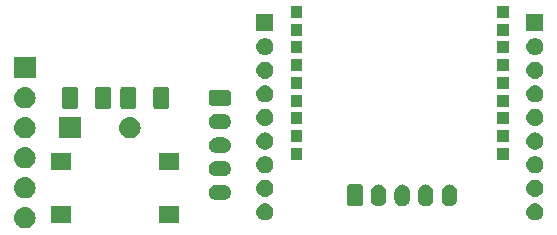
<source format=gbr>
G04 #@! TF.GenerationSoftware,KiCad,Pcbnew,(5.1.2)-1*
G04 #@! TF.CreationDate,2021-12-05T07:22:55+09:00*
G04 #@! TF.ProjectId,ESP32C3_downloader,45535033-3243-4335-9f64-6f776e6c6f61,rev?*
G04 #@! TF.SameCoordinates,Original*
G04 #@! TF.FileFunction,Soldermask,Top*
G04 #@! TF.FilePolarity,Negative*
%FSLAX46Y46*%
G04 Gerber Fmt 4.6, Leading zero omitted, Abs format (unit mm)*
G04 Created by KiCad (PCBNEW (5.1.2)-1) date 2021-12-05 07:22:55*
%MOMM*%
%LPD*%
G04 APERTURE LIST*
%ADD10C,0.150000*%
G04 APERTURE END LIST*
D10*
G36*
X31860443Y-67685519D02*
G01*
X31926627Y-67692037D01*
X32096466Y-67743557D01*
X32252991Y-67827222D01*
X32288729Y-67856552D01*
X32390186Y-67939814D01*
X32473448Y-68041271D01*
X32502778Y-68077009D01*
X32586443Y-68233534D01*
X32637963Y-68403373D01*
X32655359Y-68580000D01*
X32637963Y-68756627D01*
X32586443Y-68926466D01*
X32502778Y-69082991D01*
X32473448Y-69118729D01*
X32390186Y-69220186D01*
X32288729Y-69303448D01*
X32252991Y-69332778D01*
X32096466Y-69416443D01*
X31926627Y-69467963D01*
X31860442Y-69474482D01*
X31794260Y-69481000D01*
X31705740Y-69481000D01*
X31639558Y-69474482D01*
X31573373Y-69467963D01*
X31403534Y-69416443D01*
X31247009Y-69332778D01*
X31211271Y-69303448D01*
X31109814Y-69220186D01*
X31026552Y-69118729D01*
X30997222Y-69082991D01*
X30913557Y-68926466D01*
X30862037Y-68756627D01*
X30844641Y-68580000D01*
X30862037Y-68403373D01*
X30913557Y-68233534D01*
X30997222Y-68077009D01*
X31026552Y-68041271D01*
X31109814Y-67939814D01*
X31211271Y-67856552D01*
X31247009Y-67827222D01*
X31403534Y-67743557D01*
X31573373Y-67692037D01*
X31639557Y-67685519D01*
X31705740Y-67679000D01*
X31794260Y-67679000D01*
X31860443Y-67685519D01*
X31860443Y-67685519D01*
G37*
G36*
X44768000Y-68991000D02*
G01*
X43116000Y-68991000D01*
X43116000Y-67589000D01*
X44768000Y-67589000D01*
X44768000Y-68991000D01*
X44768000Y-68991000D01*
G37*
G36*
X35624000Y-68991000D02*
G01*
X33972000Y-68991000D01*
X33972000Y-67589000D01*
X35624000Y-67589000D01*
X35624000Y-68991000D01*
X35624000Y-68991000D01*
G37*
G36*
X75001213Y-67347502D02*
G01*
X75072321Y-67354505D01*
X75209172Y-67396019D01*
X75209175Y-67396020D01*
X75335294Y-67463432D01*
X75445843Y-67554157D01*
X75536568Y-67664706D01*
X75603980Y-67790825D01*
X75603981Y-67790828D01*
X75645495Y-67927679D01*
X75659512Y-68070000D01*
X75645495Y-68212321D01*
X75603981Y-68349172D01*
X75603980Y-68349175D01*
X75536568Y-68475294D01*
X75445843Y-68585843D01*
X75335294Y-68676568D01*
X75209175Y-68743980D01*
X75209172Y-68743981D01*
X75072321Y-68785495D01*
X75001213Y-68792498D01*
X74965660Y-68796000D01*
X74894340Y-68796000D01*
X74858787Y-68792498D01*
X74787679Y-68785495D01*
X74650828Y-68743981D01*
X74650825Y-68743980D01*
X74524706Y-68676568D01*
X74414157Y-68585843D01*
X74323432Y-68475294D01*
X74256020Y-68349175D01*
X74256019Y-68349172D01*
X74214505Y-68212321D01*
X74200488Y-68070000D01*
X74214505Y-67927679D01*
X74256019Y-67790828D01*
X74256020Y-67790825D01*
X74323432Y-67664706D01*
X74414157Y-67554157D01*
X74524706Y-67463432D01*
X74650825Y-67396020D01*
X74650828Y-67396019D01*
X74787679Y-67354505D01*
X74858787Y-67347502D01*
X74894340Y-67344000D01*
X74965660Y-67344000D01*
X75001213Y-67347502D01*
X75001213Y-67347502D01*
G37*
G36*
X52141213Y-67347502D02*
G01*
X52212321Y-67354505D01*
X52349172Y-67396019D01*
X52349175Y-67396020D01*
X52475294Y-67463432D01*
X52585843Y-67554157D01*
X52676568Y-67664706D01*
X52743980Y-67790825D01*
X52743981Y-67790828D01*
X52785495Y-67927679D01*
X52799512Y-68070000D01*
X52785495Y-68212321D01*
X52743981Y-68349172D01*
X52743980Y-68349175D01*
X52676568Y-68475294D01*
X52585843Y-68585843D01*
X52475294Y-68676568D01*
X52349175Y-68743980D01*
X52349172Y-68743981D01*
X52212321Y-68785495D01*
X52141213Y-68792498D01*
X52105660Y-68796000D01*
X52034340Y-68796000D01*
X51998787Y-68792498D01*
X51927679Y-68785495D01*
X51790828Y-68743981D01*
X51790825Y-68743980D01*
X51664706Y-68676568D01*
X51554157Y-68585843D01*
X51463432Y-68475294D01*
X51396020Y-68349175D01*
X51396019Y-68349172D01*
X51354505Y-68212321D01*
X51340488Y-68070000D01*
X51354505Y-67927679D01*
X51396019Y-67790828D01*
X51396020Y-67790825D01*
X51463432Y-67664706D01*
X51554157Y-67554157D01*
X51664706Y-67463432D01*
X51790825Y-67396020D01*
X51790828Y-67396019D01*
X51927679Y-67354505D01*
X51998787Y-67347502D01*
X52034340Y-67344000D01*
X52105660Y-67344000D01*
X52141213Y-67347502D01*
X52141213Y-67347502D01*
G37*
G36*
X61817617Y-65758420D02*
G01*
X61898399Y-65782925D01*
X61940335Y-65795646D01*
X62053424Y-65856094D01*
X62152554Y-65937447D01*
X62233906Y-66036575D01*
X62294354Y-66149664D01*
X62300421Y-66169664D01*
X62331580Y-66272382D01*
X62341000Y-66368027D01*
X62341000Y-66981973D01*
X62331580Y-67077618D01*
X62304040Y-67168404D01*
X62294354Y-67200336D01*
X62233906Y-67313425D01*
X62152554Y-67412554D01*
X62053425Y-67493906D01*
X61940336Y-67554354D01*
X61908404Y-67564040D01*
X61817618Y-67591580D01*
X61690000Y-67604149D01*
X61562383Y-67591580D01*
X61471597Y-67564040D01*
X61439665Y-67554354D01*
X61326576Y-67493906D01*
X61227447Y-67412554D01*
X61146096Y-67313427D01*
X61146095Y-67313425D01*
X61085647Y-67200336D01*
X61085645Y-67200333D01*
X61073237Y-67159427D01*
X61048420Y-67077618D01*
X61039000Y-66981973D01*
X61039000Y-66368028D01*
X61048420Y-66272383D01*
X61079578Y-66169668D01*
X61085646Y-66149665D01*
X61146094Y-66036576D01*
X61227447Y-65937446D01*
X61326575Y-65856094D01*
X61439664Y-65795646D01*
X61481600Y-65782925D01*
X61562382Y-65758420D01*
X61690000Y-65745851D01*
X61817617Y-65758420D01*
X61817617Y-65758420D01*
G37*
G36*
X63817617Y-65758420D02*
G01*
X63898399Y-65782925D01*
X63940335Y-65795646D01*
X64053424Y-65856094D01*
X64152554Y-65937447D01*
X64233906Y-66036575D01*
X64294354Y-66149664D01*
X64300421Y-66169664D01*
X64331580Y-66272382D01*
X64341000Y-66368027D01*
X64341000Y-66981973D01*
X64331580Y-67077618D01*
X64304040Y-67168404D01*
X64294354Y-67200336D01*
X64233906Y-67313425D01*
X64152554Y-67412554D01*
X64053425Y-67493906D01*
X63940336Y-67554354D01*
X63908404Y-67564040D01*
X63817618Y-67591580D01*
X63690000Y-67604149D01*
X63562383Y-67591580D01*
X63471597Y-67564040D01*
X63439665Y-67554354D01*
X63326576Y-67493906D01*
X63227447Y-67412554D01*
X63146096Y-67313427D01*
X63146095Y-67313425D01*
X63085647Y-67200336D01*
X63085645Y-67200333D01*
X63073237Y-67159427D01*
X63048420Y-67077618D01*
X63039000Y-66981973D01*
X63039000Y-66368028D01*
X63048420Y-66272383D01*
X63079578Y-66169668D01*
X63085646Y-66149665D01*
X63146094Y-66036576D01*
X63227447Y-65937446D01*
X63326575Y-65856094D01*
X63439664Y-65795646D01*
X63481600Y-65782925D01*
X63562382Y-65758420D01*
X63690000Y-65745851D01*
X63817617Y-65758420D01*
X63817617Y-65758420D01*
G37*
G36*
X65817617Y-65758420D02*
G01*
X65898399Y-65782925D01*
X65940335Y-65795646D01*
X66053424Y-65856094D01*
X66152554Y-65937447D01*
X66233906Y-66036575D01*
X66294354Y-66149664D01*
X66300421Y-66169664D01*
X66331580Y-66272382D01*
X66341000Y-66368027D01*
X66341000Y-66981973D01*
X66331580Y-67077618D01*
X66304040Y-67168404D01*
X66294354Y-67200336D01*
X66233906Y-67313425D01*
X66152554Y-67412554D01*
X66053425Y-67493906D01*
X65940336Y-67554354D01*
X65908404Y-67564040D01*
X65817618Y-67591580D01*
X65690000Y-67604149D01*
X65562383Y-67591580D01*
X65471597Y-67564040D01*
X65439665Y-67554354D01*
X65326576Y-67493906D01*
X65227447Y-67412554D01*
X65146096Y-67313427D01*
X65146095Y-67313425D01*
X65085647Y-67200336D01*
X65085645Y-67200333D01*
X65073237Y-67159427D01*
X65048420Y-67077618D01*
X65039000Y-66981973D01*
X65039000Y-66368028D01*
X65048420Y-66272383D01*
X65079578Y-66169668D01*
X65085646Y-66149665D01*
X65146094Y-66036576D01*
X65227447Y-65937446D01*
X65326575Y-65856094D01*
X65439664Y-65795646D01*
X65481600Y-65782925D01*
X65562382Y-65758420D01*
X65690000Y-65745851D01*
X65817617Y-65758420D01*
X65817617Y-65758420D01*
G37*
G36*
X67817617Y-65758420D02*
G01*
X67898399Y-65782925D01*
X67940335Y-65795646D01*
X68053424Y-65856094D01*
X68152554Y-65937447D01*
X68233906Y-66036575D01*
X68294354Y-66149664D01*
X68300421Y-66169664D01*
X68331580Y-66272382D01*
X68341000Y-66368027D01*
X68341000Y-66981973D01*
X68331580Y-67077618D01*
X68304040Y-67168404D01*
X68294354Y-67200336D01*
X68233906Y-67313425D01*
X68152554Y-67412554D01*
X68053425Y-67493906D01*
X67940336Y-67554354D01*
X67908404Y-67564040D01*
X67817618Y-67591580D01*
X67690000Y-67604149D01*
X67562383Y-67591580D01*
X67471597Y-67564040D01*
X67439665Y-67554354D01*
X67326576Y-67493906D01*
X67227447Y-67412554D01*
X67146096Y-67313427D01*
X67146095Y-67313425D01*
X67085647Y-67200336D01*
X67085645Y-67200333D01*
X67073237Y-67159427D01*
X67048420Y-67077618D01*
X67039000Y-66981973D01*
X67039000Y-66368028D01*
X67048420Y-66272383D01*
X67079578Y-66169668D01*
X67085646Y-66149665D01*
X67146094Y-66036576D01*
X67227447Y-65937446D01*
X67326575Y-65856094D01*
X67439664Y-65795646D01*
X67481600Y-65782925D01*
X67562382Y-65758420D01*
X67690000Y-65745851D01*
X67817617Y-65758420D01*
X67817617Y-65758420D01*
G37*
G36*
X60181242Y-65753404D02*
G01*
X60218337Y-65764657D01*
X60252515Y-65782925D01*
X60282481Y-65807519D01*
X60307075Y-65837485D01*
X60325343Y-65871663D01*
X60336596Y-65908758D01*
X60341000Y-65953474D01*
X60341000Y-67396526D01*
X60336596Y-67441242D01*
X60325343Y-67478337D01*
X60307075Y-67512515D01*
X60282481Y-67542481D01*
X60252515Y-67567075D01*
X60218337Y-67585343D01*
X60181242Y-67596596D01*
X60136526Y-67601000D01*
X59243474Y-67601000D01*
X59198758Y-67596596D01*
X59161663Y-67585343D01*
X59127485Y-67567075D01*
X59097519Y-67542481D01*
X59072925Y-67512515D01*
X59054657Y-67478337D01*
X59043404Y-67441242D01*
X59039000Y-67396526D01*
X59039000Y-65953474D01*
X59043404Y-65908758D01*
X59054657Y-65871663D01*
X59072925Y-65837485D01*
X59097519Y-65807519D01*
X59127485Y-65782925D01*
X59161663Y-65764657D01*
X59198758Y-65753404D01*
X59243474Y-65749000D01*
X60136526Y-65749000D01*
X60181242Y-65753404D01*
X60181242Y-65753404D01*
G37*
G36*
X48598855Y-65772140D02*
G01*
X48662618Y-65778420D01*
X48719404Y-65795646D01*
X48785336Y-65815646D01*
X48898425Y-65876094D01*
X48997554Y-65957446D01*
X49078906Y-66056575D01*
X49139354Y-66169664D01*
X49139355Y-66169668D01*
X49176580Y-66292382D01*
X49189149Y-66420000D01*
X49176580Y-66547618D01*
X49149040Y-66638404D01*
X49139354Y-66670336D01*
X49078906Y-66783425D01*
X48997554Y-66882554D01*
X48898425Y-66963906D01*
X48785336Y-67024354D01*
X48753404Y-67034040D01*
X48662618Y-67061580D01*
X48598855Y-67067860D01*
X48566974Y-67071000D01*
X47953026Y-67071000D01*
X47921145Y-67067860D01*
X47857382Y-67061580D01*
X47766596Y-67034040D01*
X47734664Y-67024354D01*
X47621575Y-66963906D01*
X47522446Y-66882554D01*
X47441094Y-66783425D01*
X47380646Y-66670336D01*
X47370960Y-66638404D01*
X47343420Y-66547618D01*
X47330851Y-66420000D01*
X47343420Y-66292382D01*
X47380645Y-66169668D01*
X47380646Y-66169664D01*
X47441094Y-66056575D01*
X47522446Y-65957446D01*
X47621575Y-65876094D01*
X47734664Y-65815646D01*
X47800596Y-65795646D01*
X47857382Y-65778420D01*
X47921145Y-65772140D01*
X47953026Y-65769000D01*
X48566974Y-65769000D01*
X48598855Y-65772140D01*
X48598855Y-65772140D01*
G37*
G36*
X31860442Y-65145518D02*
G01*
X31926627Y-65152037D01*
X32096466Y-65203557D01*
X32252991Y-65287222D01*
X32288729Y-65316552D01*
X32390186Y-65399814D01*
X32473448Y-65501271D01*
X32502778Y-65537009D01*
X32502779Y-65537011D01*
X32571034Y-65664705D01*
X32586443Y-65693534D01*
X32637963Y-65863373D01*
X32655359Y-66040000D01*
X32637963Y-66216627D01*
X32586443Y-66386466D01*
X32502778Y-66542991D01*
X32473448Y-66578729D01*
X32390186Y-66680186D01*
X32312450Y-66743981D01*
X32252991Y-66792778D01*
X32096466Y-66876443D01*
X31926627Y-66927963D01*
X31860442Y-66934482D01*
X31794260Y-66941000D01*
X31705740Y-66941000D01*
X31639558Y-66934482D01*
X31573373Y-66927963D01*
X31403534Y-66876443D01*
X31247009Y-66792778D01*
X31187550Y-66743981D01*
X31109814Y-66680186D01*
X31026552Y-66578729D01*
X30997222Y-66542991D01*
X30913557Y-66386466D01*
X30862037Y-66216627D01*
X30844641Y-66040000D01*
X30862037Y-65863373D01*
X30913557Y-65693534D01*
X30928967Y-65664705D01*
X30997221Y-65537011D01*
X30997222Y-65537009D01*
X31026552Y-65501271D01*
X31109814Y-65399814D01*
X31211271Y-65316552D01*
X31247009Y-65287222D01*
X31403534Y-65203557D01*
X31573373Y-65152037D01*
X31639558Y-65145518D01*
X31705740Y-65139000D01*
X31794260Y-65139000D01*
X31860442Y-65145518D01*
X31860442Y-65145518D01*
G37*
G36*
X52141213Y-65347502D02*
G01*
X52212321Y-65354505D01*
X52349172Y-65396019D01*
X52349175Y-65396020D01*
X52475294Y-65463432D01*
X52585843Y-65554157D01*
X52676568Y-65664706D01*
X52743980Y-65790825D01*
X52743981Y-65790828D01*
X52785495Y-65927679D01*
X52799512Y-66070000D01*
X52785495Y-66212321D01*
X52743981Y-66349172D01*
X52743980Y-66349175D01*
X52676568Y-66475294D01*
X52585843Y-66585843D01*
X52475294Y-66676568D01*
X52349175Y-66743980D01*
X52349172Y-66743981D01*
X52212321Y-66785495D01*
X52141213Y-66792498D01*
X52105660Y-66796000D01*
X52034340Y-66796000D01*
X51998787Y-66792498D01*
X51927679Y-66785495D01*
X51790828Y-66743981D01*
X51790825Y-66743980D01*
X51664706Y-66676568D01*
X51554157Y-66585843D01*
X51463432Y-66475294D01*
X51396020Y-66349175D01*
X51396019Y-66349172D01*
X51354505Y-66212321D01*
X51340488Y-66070000D01*
X51354505Y-65927679D01*
X51396019Y-65790828D01*
X51396020Y-65790825D01*
X51463432Y-65664706D01*
X51554157Y-65554157D01*
X51664706Y-65463432D01*
X51790825Y-65396020D01*
X51790828Y-65396019D01*
X51927679Y-65354505D01*
X51998787Y-65347502D01*
X52034340Y-65344000D01*
X52105660Y-65344000D01*
X52141213Y-65347502D01*
X52141213Y-65347502D01*
G37*
G36*
X75001213Y-65347502D02*
G01*
X75072321Y-65354505D01*
X75209172Y-65396019D01*
X75209175Y-65396020D01*
X75335294Y-65463432D01*
X75445843Y-65554157D01*
X75536568Y-65664706D01*
X75603980Y-65790825D01*
X75603981Y-65790828D01*
X75645495Y-65927679D01*
X75659512Y-66070000D01*
X75645495Y-66212321D01*
X75603981Y-66349172D01*
X75603980Y-66349175D01*
X75536568Y-66475294D01*
X75445843Y-66585843D01*
X75335294Y-66676568D01*
X75209175Y-66743980D01*
X75209172Y-66743981D01*
X75072321Y-66785495D01*
X75001213Y-66792498D01*
X74965660Y-66796000D01*
X74894340Y-66796000D01*
X74858787Y-66792498D01*
X74787679Y-66785495D01*
X74650828Y-66743981D01*
X74650825Y-66743980D01*
X74524706Y-66676568D01*
X74414157Y-66585843D01*
X74323432Y-66475294D01*
X74256020Y-66349175D01*
X74256019Y-66349172D01*
X74214505Y-66212321D01*
X74200488Y-66070000D01*
X74214505Y-65927679D01*
X74256019Y-65790828D01*
X74256020Y-65790825D01*
X74323432Y-65664706D01*
X74414157Y-65554157D01*
X74524706Y-65463432D01*
X74650825Y-65396020D01*
X74650828Y-65396019D01*
X74787679Y-65354505D01*
X74858787Y-65347502D01*
X74894340Y-65344000D01*
X74965660Y-65344000D01*
X75001213Y-65347502D01*
X75001213Y-65347502D01*
G37*
G36*
X48598855Y-63772140D02*
G01*
X48662618Y-63778420D01*
X48753404Y-63805960D01*
X48785336Y-63815646D01*
X48898425Y-63876094D01*
X48997554Y-63957446D01*
X49078906Y-64056575D01*
X49139354Y-64169664D01*
X49139355Y-64169668D01*
X49176580Y-64292382D01*
X49189149Y-64420000D01*
X49176580Y-64547618D01*
X49149040Y-64638404D01*
X49139354Y-64670336D01*
X49078906Y-64783425D01*
X48997554Y-64882554D01*
X48898425Y-64963906D01*
X48785336Y-65024354D01*
X48753404Y-65034040D01*
X48662618Y-65061580D01*
X48598855Y-65067860D01*
X48566974Y-65071000D01*
X47953026Y-65071000D01*
X47921145Y-65067860D01*
X47857382Y-65061580D01*
X47766596Y-65034040D01*
X47734664Y-65024354D01*
X47621575Y-64963906D01*
X47522446Y-64882554D01*
X47441094Y-64783425D01*
X47380646Y-64670336D01*
X47370960Y-64638404D01*
X47343420Y-64547618D01*
X47330851Y-64420000D01*
X47343420Y-64292382D01*
X47380645Y-64169668D01*
X47380646Y-64169664D01*
X47441094Y-64056575D01*
X47522446Y-63957446D01*
X47621575Y-63876094D01*
X47734664Y-63815646D01*
X47766596Y-63805960D01*
X47857382Y-63778420D01*
X47921145Y-63772140D01*
X47953026Y-63769000D01*
X48566974Y-63769000D01*
X48598855Y-63772140D01*
X48598855Y-63772140D01*
G37*
G36*
X75001213Y-63347502D02*
G01*
X75072321Y-63354505D01*
X75209172Y-63396019D01*
X75209175Y-63396020D01*
X75335294Y-63463432D01*
X75445843Y-63554157D01*
X75536568Y-63664706D01*
X75603980Y-63790825D01*
X75603981Y-63790828D01*
X75645495Y-63927679D01*
X75659512Y-64070000D01*
X75645495Y-64212321D01*
X75607843Y-64336442D01*
X75603980Y-64349175D01*
X75536568Y-64475294D01*
X75445843Y-64585843D01*
X75335294Y-64676568D01*
X75209175Y-64743980D01*
X75209172Y-64743981D01*
X75072321Y-64785495D01*
X75001213Y-64792498D01*
X74965660Y-64796000D01*
X74894340Y-64796000D01*
X74858787Y-64792498D01*
X74787679Y-64785495D01*
X74650828Y-64743981D01*
X74650825Y-64743980D01*
X74524706Y-64676568D01*
X74414157Y-64585843D01*
X74323432Y-64475294D01*
X74256020Y-64349175D01*
X74252157Y-64336442D01*
X74214505Y-64212321D01*
X74200488Y-64070000D01*
X74214505Y-63927679D01*
X74256019Y-63790828D01*
X74256020Y-63790825D01*
X74323432Y-63664706D01*
X74414157Y-63554157D01*
X74524706Y-63463432D01*
X74650825Y-63396020D01*
X74650828Y-63396019D01*
X74787679Y-63354505D01*
X74858787Y-63347502D01*
X74894340Y-63344000D01*
X74965660Y-63344000D01*
X75001213Y-63347502D01*
X75001213Y-63347502D01*
G37*
G36*
X52141213Y-63347502D02*
G01*
X52212321Y-63354505D01*
X52349172Y-63396019D01*
X52349175Y-63396020D01*
X52475294Y-63463432D01*
X52585843Y-63554157D01*
X52676568Y-63664706D01*
X52743980Y-63790825D01*
X52743981Y-63790828D01*
X52785495Y-63927679D01*
X52799512Y-64070000D01*
X52785495Y-64212321D01*
X52747843Y-64336442D01*
X52743980Y-64349175D01*
X52676568Y-64475294D01*
X52585843Y-64585843D01*
X52475294Y-64676568D01*
X52349175Y-64743980D01*
X52349172Y-64743981D01*
X52212321Y-64785495D01*
X52141213Y-64792498D01*
X52105660Y-64796000D01*
X52034340Y-64796000D01*
X51998787Y-64792498D01*
X51927679Y-64785495D01*
X51790828Y-64743981D01*
X51790825Y-64743980D01*
X51664706Y-64676568D01*
X51554157Y-64585843D01*
X51463432Y-64475294D01*
X51396020Y-64349175D01*
X51392157Y-64336442D01*
X51354505Y-64212321D01*
X51340488Y-64070000D01*
X51354505Y-63927679D01*
X51396019Y-63790828D01*
X51396020Y-63790825D01*
X51463432Y-63664706D01*
X51554157Y-63554157D01*
X51664706Y-63463432D01*
X51790825Y-63396020D01*
X51790828Y-63396019D01*
X51927679Y-63354505D01*
X51998787Y-63347502D01*
X52034340Y-63344000D01*
X52105660Y-63344000D01*
X52141213Y-63347502D01*
X52141213Y-63347502D01*
G37*
G36*
X44768000Y-64491000D02*
G01*
X43116000Y-64491000D01*
X43116000Y-63089000D01*
X44768000Y-63089000D01*
X44768000Y-64491000D01*
X44768000Y-64491000D01*
G37*
G36*
X35624000Y-64491000D02*
G01*
X33972000Y-64491000D01*
X33972000Y-63089000D01*
X35624000Y-63089000D01*
X35624000Y-64491000D01*
X35624000Y-64491000D01*
G37*
G36*
X31860442Y-62605518D02*
G01*
X31926627Y-62612037D01*
X32096466Y-62663557D01*
X32252991Y-62747222D01*
X32288729Y-62776552D01*
X32390186Y-62859814D01*
X32473448Y-62961271D01*
X32502778Y-62997009D01*
X32586443Y-63153534D01*
X32637963Y-63323373D01*
X32655359Y-63500000D01*
X32637963Y-63676627D01*
X32586443Y-63846466D01*
X32502778Y-64002991D01*
X32473448Y-64038729D01*
X32390186Y-64140186D01*
X32302290Y-64212319D01*
X32252991Y-64252778D01*
X32096466Y-64336443D01*
X31926627Y-64387963D01*
X31860442Y-64394482D01*
X31794260Y-64401000D01*
X31705740Y-64401000D01*
X31639558Y-64394482D01*
X31573373Y-64387963D01*
X31403534Y-64336443D01*
X31247009Y-64252778D01*
X31197710Y-64212319D01*
X31109814Y-64140186D01*
X31026552Y-64038729D01*
X30997222Y-64002991D01*
X30913557Y-63846466D01*
X30862037Y-63676627D01*
X30844641Y-63500000D01*
X30862037Y-63323373D01*
X30913557Y-63153534D01*
X30997222Y-62997009D01*
X31026552Y-62961271D01*
X31109814Y-62859814D01*
X31211271Y-62776552D01*
X31247009Y-62747222D01*
X31403534Y-62663557D01*
X31573373Y-62612037D01*
X31639558Y-62605518D01*
X31705740Y-62599000D01*
X31794260Y-62599000D01*
X31860442Y-62605518D01*
X31860442Y-62605518D01*
G37*
G36*
X72713500Y-63657250D02*
G01*
X71761500Y-63657250D01*
X71761500Y-62642750D01*
X72713500Y-62642750D01*
X72713500Y-63657250D01*
X72713500Y-63657250D01*
G37*
G36*
X55238500Y-63657250D02*
G01*
X54286500Y-63657250D01*
X54286500Y-62642750D01*
X55238500Y-62642750D01*
X55238500Y-63657250D01*
X55238500Y-63657250D01*
G37*
G36*
X48598855Y-61772140D02*
G01*
X48662618Y-61778420D01*
X48753404Y-61805960D01*
X48785336Y-61815646D01*
X48898425Y-61876094D01*
X48997554Y-61957446D01*
X49078906Y-62056575D01*
X49139354Y-62169664D01*
X49139355Y-62169668D01*
X49176580Y-62292382D01*
X49189149Y-62420000D01*
X49176580Y-62547618D01*
X49149040Y-62638404D01*
X49139354Y-62670336D01*
X49078906Y-62783425D01*
X48997554Y-62882554D01*
X48898425Y-62963906D01*
X48785336Y-63024354D01*
X48753404Y-63034040D01*
X48662618Y-63061580D01*
X48598855Y-63067860D01*
X48566974Y-63071000D01*
X47953026Y-63071000D01*
X47921145Y-63067860D01*
X47857382Y-63061580D01*
X47766596Y-63034040D01*
X47734664Y-63024354D01*
X47621575Y-62963906D01*
X47522446Y-62882554D01*
X47441094Y-62783425D01*
X47380646Y-62670336D01*
X47370960Y-62638404D01*
X47343420Y-62547618D01*
X47330851Y-62420000D01*
X47343420Y-62292382D01*
X47380645Y-62169668D01*
X47380646Y-62169664D01*
X47441094Y-62056575D01*
X47522446Y-61957446D01*
X47621575Y-61876094D01*
X47734664Y-61815646D01*
X47766596Y-61805960D01*
X47857382Y-61778420D01*
X47921145Y-61772140D01*
X47953026Y-61769000D01*
X48566974Y-61769000D01*
X48598855Y-61772140D01*
X48598855Y-61772140D01*
G37*
G36*
X75001213Y-61347502D02*
G01*
X75072321Y-61354505D01*
X75209172Y-61396019D01*
X75209175Y-61396020D01*
X75335294Y-61463432D01*
X75445843Y-61554157D01*
X75536568Y-61664706D01*
X75603980Y-61790825D01*
X75603981Y-61790828D01*
X75645495Y-61927679D01*
X75659512Y-62070000D01*
X75645495Y-62212321D01*
X75603981Y-62349172D01*
X75603980Y-62349175D01*
X75536568Y-62475294D01*
X75445843Y-62585843D01*
X75335294Y-62676568D01*
X75209175Y-62743980D01*
X75209172Y-62743981D01*
X75072321Y-62785495D01*
X75001213Y-62792498D01*
X74965660Y-62796000D01*
X74894340Y-62796000D01*
X74858787Y-62792498D01*
X74787679Y-62785495D01*
X74650828Y-62743981D01*
X74650825Y-62743980D01*
X74524706Y-62676568D01*
X74414157Y-62585843D01*
X74323432Y-62475294D01*
X74256020Y-62349175D01*
X74256019Y-62349172D01*
X74214505Y-62212321D01*
X74200488Y-62070000D01*
X74214505Y-61927679D01*
X74256019Y-61790828D01*
X74256020Y-61790825D01*
X74323432Y-61664706D01*
X74414157Y-61554157D01*
X74524706Y-61463432D01*
X74650825Y-61396020D01*
X74650828Y-61396019D01*
X74787679Y-61354505D01*
X74858787Y-61347502D01*
X74894340Y-61344000D01*
X74965660Y-61344000D01*
X75001213Y-61347502D01*
X75001213Y-61347502D01*
G37*
G36*
X52141213Y-61347502D02*
G01*
X52212321Y-61354505D01*
X52349172Y-61396019D01*
X52349175Y-61396020D01*
X52475294Y-61463432D01*
X52585843Y-61554157D01*
X52676568Y-61664706D01*
X52743980Y-61790825D01*
X52743981Y-61790828D01*
X52785495Y-61927679D01*
X52799512Y-62070000D01*
X52785495Y-62212321D01*
X52743981Y-62349172D01*
X52743980Y-62349175D01*
X52676568Y-62475294D01*
X52585843Y-62585843D01*
X52475294Y-62676568D01*
X52349175Y-62743980D01*
X52349172Y-62743981D01*
X52212321Y-62785495D01*
X52141213Y-62792498D01*
X52105660Y-62796000D01*
X52034340Y-62796000D01*
X51998787Y-62792498D01*
X51927679Y-62785495D01*
X51790828Y-62743981D01*
X51790825Y-62743980D01*
X51664706Y-62676568D01*
X51554157Y-62585843D01*
X51463432Y-62475294D01*
X51396020Y-62349175D01*
X51396019Y-62349172D01*
X51354505Y-62212321D01*
X51340488Y-62070000D01*
X51354505Y-61927679D01*
X51396019Y-61790828D01*
X51396020Y-61790825D01*
X51463432Y-61664706D01*
X51554157Y-61554157D01*
X51664706Y-61463432D01*
X51790825Y-61396020D01*
X51790828Y-61396019D01*
X51927679Y-61354505D01*
X51998787Y-61347502D01*
X52034340Y-61344000D01*
X52105660Y-61344000D01*
X52141213Y-61347502D01*
X52141213Y-61347502D01*
G37*
G36*
X55238500Y-62157250D02*
G01*
X54286500Y-62157250D01*
X54286500Y-61142750D01*
X55238500Y-61142750D01*
X55238500Y-62157250D01*
X55238500Y-62157250D01*
G37*
G36*
X72713500Y-62157250D02*
G01*
X71761500Y-62157250D01*
X71761500Y-61142750D01*
X72713500Y-61142750D01*
X72713500Y-62157250D01*
X72713500Y-62157250D01*
G37*
G36*
X40750442Y-60065518D02*
G01*
X40816627Y-60072037D01*
X40986466Y-60123557D01*
X41142991Y-60207222D01*
X41178729Y-60236552D01*
X41280186Y-60319814D01*
X41362405Y-60420000D01*
X41392778Y-60457009D01*
X41476443Y-60613534D01*
X41527963Y-60783373D01*
X41545359Y-60960000D01*
X41527963Y-61136627D01*
X41476443Y-61306466D01*
X41392778Y-61462991D01*
X41392415Y-61463433D01*
X41280186Y-61600186D01*
X41178729Y-61683448D01*
X41142991Y-61712778D01*
X41142989Y-61712779D01*
X40996977Y-61790825D01*
X40986466Y-61796443D01*
X40816627Y-61847963D01*
X40750443Y-61854481D01*
X40684260Y-61861000D01*
X40595740Y-61861000D01*
X40529557Y-61854481D01*
X40463373Y-61847963D01*
X40293534Y-61796443D01*
X40283024Y-61790825D01*
X40137011Y-61712779D01*
X40137009Y-61712778D01*
X40101271Y-61683448D01*
X39999814Y-61600186D01*
X39887585Y-61463433D01*
X39887222Y-61462991D01*
X39803557Y-61306466D01*
X39752037Y-61136627D01*
X39734641Y-60960000D01*
X39752037Y-60783373D01*
X39803557Y-60613534D01*
X39887222Y-60457009D01*
X39917595Y-60420000D01*
X39999814Y-60319814D01*
X40101271Y-60236552D01*
X40137009Y-60207222D01*
X40293534Y-60123557D01*
X40463373Y-60072037D01*
X40529558Y-60065518D01*
X40595740Y-60059000D01*
X40684260Y-60059000D01*
X40750442Y-60065518D01*
X40750442Y-60065518D01*
G37*
G36*
X36461000Y-61861000D02*
G01*
X34659000Y-61861000D01*
X34659000Y-60059000D01*
X36461000Y-60059000D01*
X36461000Y-61861000D01*
X36461000Y-61861000D01*
G37*
G36*
X31860442Y-60065518D02*
G01*
X31926627Y-60072037D01*
X32096466Y-60123557D01*
X32252991Y-60207222D01*
X32288729Y-60236552D01*
X32390186Y-60319814D01*
X32472405Y-60420000D01*
X32502778Y-60457009D01*
X32586443Y-60613534D01*
X32637963Y-60783373D01*
X32655359Y-60960000D01*
X32637963Y-61136627D01*
X32586443Y-61306466D01*
X32502778Y-61462991D01*
X32502415Y-61463433D01*
X32390186Y-61600186D01*
X32288729Y-61683448D01*
X32252991Y-61712778D01*
X32252989Y-61712779D01*
X32106977Y-61790825D01*
X32096466Y-61796443D01*
X31926627Y-61847963D01*
X31860443Y-61854481D01*
X31794260Y-61861000D01*
X31705740Y-61861000D01*
X31639557Y-61854481D01*
X31573373Y-61847963D01*
X31403534Y-61796443D01*
X31393024Y-61790825D01*
X31247011Y-61712779D01*
X31247009Y-61712778D01*
X31211271Y-61683448D01*
X31109814Y-61600186D01*
X30997585Y-61463433D01*
X30997222Y-61462991D01*
X30913557Y-61306466D01*
X30862037Y-61136627D01*
X30844641Y-60960000D01*
X30862037Y-60783373D01*
X30913557Y-60613534D01*
X30997222Y-60457009D01*
X31027595Y-60420000D01*
X31109814Y-60319814D01*
X31211271Y-60236552D01*
X31247009Y-60207222D01*
X31403534Y-60123557D01*
X31573373Y-60072037D01*
X31639558Y-60065518D01*
X31705740Y-60059000D01*
X31794260Y-60059000D01*
X31860442Y-60065518D01*
X31860442Y-60065518D01*
G37*
G36*
X48598855Y-59772140D02*
G01*
X48662618Y-59778420D01*
X48753404Y-59805960D01*
X48785336Y-59815646D01*
X48898425Y-59876094D01*
X48997554Y-59957446D01*
X49078906Y-60056575D01*
X49139354Y-60169664D01*
X49139355Y-60169668D01*
X49176580Y-60292382D01*
X49189149Y-60420000D01*
X49176580Y-60547618D01*
X49149040Y-60638404D01*
X49139354Y-60670336D01*
X49078906Y-60783425D01*
X48997554Y-60882554D01*
X48898425Y-60963906D01*
X48785336Y-61024354D01*
X48753404Y-61034040D01*
X48662618Y-61061580D01*
X48598855Y-61067860D01*
X48566974Y-61071000D01*
X47953026Y-61071000D01*
X47921145Y-61067860D01*
X47857382Y-61061580D01*
X47766596Y-61034040D01*
X47734664Y-61024354D01*
X47621575Y-60963906D01*
X47522446Y-60882554D01*
X47441094Y-60783425D01*
X47380646Y-60670336D01*
X47370960Y-60638404D01*
X47343420Y-60547618D01*
X47330851Y-60420000D01*
X47343420Y-60292382D01*
X47380645Y-60169668D01*
X47380646Y-60169664D01*
X47441094Y-60056575D01*
X47522446Y-59957446D01*
X47621575Y-59876094D01*
X47734664Y-59815646D01*
X47766596Y-59805960D01*
X47857382Y-59778420D01*
X47921145Y-59772140D01*
X47953026Y-59769000D01*
X48566974Y-59769000D01*
X48598855Y-59772140D01*
X48598855Y-59772140D01*
G37*
G36*
X74985966Y-59346000D02*
G01*
X75072321Y-59354505D01*
X75209172Y-59396019D01*
X75209175Y-59396020D01*
X75335294Y-59463432D01*
X75445843Y-59554157D01*
X75536568Y-59664706D01*
X75603980Y-59790825D01*
X75603981Y-59790828D01*
X75645495Y-59927679D01*
X75659512Y-60070000D01*
X75645495Y-60212321D01*
X75612887Y-60319814D01*
X75603980Y-60349175D01*
X75536568Y-60475294D01*
X75445843Y-60585843D01*
X75335294Y-60676568D01*
X75209175Y-60743980D01*
X75209172Y-60743981D01*
X75072321Y-60785495D01*
X75001213Y-60792498D01*
X74965660Y-60796000D01*
X74894340Y-60796000D01*
X74858787Y-60792498D01*
X74787679Y-60785495D01*
X74650828Y-60743981D01*
X74650825Y-60743980D01*
X74524706Y-60676568D01*
X74414157Y-60585843D01*
X74323432Y-60475294D01*
X74256020Y-60349175D01*
X74247113Y-60319814D01*
X74214505Y-60212321D01*
X74200488Y-60070000D01*
X74214505Y-59927679D01*
X74256019Y-59790828D01*
X74256020Y-59790825D01*
X74323432Y-59664706D01*
X74414157Y-59554157D01*
X74524706Y-59463432D01*
X74650825Y-59396020D01*
X74650828Y-59396019D01*
X74787679Y-59354505D01*
X74874034Y-59346000D01*
X74894340Y-59344000D01*
X74965660Y-59344000D01*
X74985966Y-59346000D01*
X74985966Y-59346000D01*
G37*
G36*
X52125966Y-59346000D02*
G01*
X52212321Y-59354505D01*
X52349172Y-59396019D01*
X52349175Y-59396020D01*
X52475294Y-59463432D01*
X52585843Y-59554157D01*
X52676568Y-59664706D01*
X52743980Y-59790825D01*
X52743981Y-59790828D01*
X52785495Y-59927679D01*
X52799512Y-60070000D01*
X52785495Y-60212321D01*
X52752887Y-60319814D01*
X52743980Y-60349175D01*
X52676568Y-60475294D01*
X52585843Y-60585843D01*
X52475294Y-60676568D01*
X52349175Y-60743980D01*
X52349172Y-60743981D01*
X52212321Y-60785495D01*
X52141213Y-60792498D01*
X52105660Y-60796000D01*
X52034340Y-60796000D01*
X51998787Y-60792498D01*
X51927679Y-60785495D01*
X51790828Y-60743981D01*
X51790825Y-60743980D01*
X51664706Y-60676568D01*
X51554157Y-60585843D01*
X51463432Y-60475294D01*
X51396020Y-60349175D01*
X51387113Y-60319814D01*
X51354505Y-60212321D01*
X51340488Y-60070000D01*
X51354505Y-59927679D01*
X51396019Y-59790828D01*
X51396020Y-59790825D01*
X51463432Y-59664706D01*
X51554157Y-59554157D01*
X51664706Y-59463432D01*
X51790825Y-59396020D01*
X51790828Y-59396019D01*
X51927679Y-59354505D01*
X52014034Y-59346000D01*
X52034340Y-59344000D01*
X52105660Y-59344000D01*
X52125966Y-59346000D01*
X52125966Y-59346000D01*
G37*
G36*
X55238500Y-60657250D02*
G01*
X54286500Y-60657250D01*
X54286500Y-59642750D01*
X55238500Y-59642750D01*
X55238500Y-60657250D01*
X55238500Y-60657250D01*
G37*
G36*
X72713500Y-60657250D02*
G01*
X71761500Y-60657250D01*
X71761500Y-59642750D01*
X72713500Y-59642750D01*
X72713500Y-60657250D01*
X72713500Y-60657250D01*
G37*
G36*
X43828604Y-57498347D02*
G01*
X43865144Y-57509432D01*
X43898821Y-57527433D01*
X43928341Y-57551659D01*
X43952567Y-57581179D01*
X43970568Y-57614856D01*
X43981653Y-57651396D01*
X43986000Y-57695538D01*
X43986000Y-59144462D01*
X43981653Y-59188604D01*
X43970568Y-59225144D01*
X43952567Y-59258821D01*
X43928341Y-59288341D01*
X43898821Y-59312567D01*
X43865144Y-59330568D01*
X43828604Y-59341653D01*
X43784462Y-59346000D01*
X42835538Y-59346000D01*
X42791396Y-59341653D01*
X42754856Y-59330568D01*
X42721179Y-59312567D01*
X42691659Y-59288341D01*
X42667433Y-59258821D01*
X42649432Y-59225144D01*
X42638347Y-59188604D01*
X42634000Y-59144462D01*
X42634000Y-57695538D01*
X42638347Y-57651396D01*
X42649432Y-57614856D01*
X42667433Y-57581179D01*
X42691659Y-57551659D01*
X42721179Y-57527433D01*
X42754856Y-57509432D01*
X42791396Y-57498347D01*
X42835538Y-57494000D01*
X43784462Y-57494000D01*
X43828604Y-57498347D01*
X43828604Y-57498347D01*
G37*
G36*
X41028604Y-57498347D02*
G01*
X41065144Y-57509432D01*
X41098821Y-57527433D01*
X41128341Y-57551659D01*
X41152567Y-57581179D01*
X41170568Y-57614856D01*
X41181653Y-57651396D01*
X41186000Y-57695538D01*
X41186000Y-59144462D01*
X41181653Y-59188604D01*
X41170568Y-59225144D01*
X41152567Y-59258821D01*
X41128341Y-59288341D01*
X41098821Y-59312567D01*
X41065144Y-59330568D01*
X41028604Y-59341653D01*
X40984462Y-59346000D01*
X40035538Y-59346000D01*
X39991396Y-59341653D01*
X39954856Y-59330568D01*
X39921179Y-59312567D01*
X39891659Y-59288341D01*
X39867433Y-59258821D01*
X39849432Y-59225144D01*
X39838347Y-59188604D01*
X39834000Y-59144462D01*
X39834000Y-57695538D01*
X39838347Y-57651396D01*
X39849432Y-57614856D01*
X39867433Y-57581179D01*
X39891659Y-57551659D01*
X39921179Y-57527433D01*
X39954856Y-57509432D01*
X39991396Y-57498347D01*
X40035538Y-57494000D01*
X40984462Y-57494000D01*
X41028604Y-57498347D01*
X41028604Y-57498347D01*
G37*
G36*
X38878604Y-57498347D02*
G01*
X38915144Y-57509432D01*
X38948821Y-57527433D01*
X38978341Y-57551659D01*
X39002567Y-57581179D01*
X39020568Y-57614856D01*
X39031653Y-57651396D01*
X39036000Y-57695538D01*
X39036000Y-59144462D01*
X39031653Y-59188604D01*
X39020568Y-59225144D01*
X39002567Y-59258821D01*
X38978341Y-59288341D01*
X38948821Y-59312567D01*
X38915144Y-59330568D01*
X38878604Y-59341653D01*
X38834462Y-59346000D01*
X37885538Y-59346000D01*
X37841396Y-59341653D01*
X37804856Y-59330568D01*
X37771179Y-59312567D01*
X37741659Y-59288341D01*
X37717433Y-59258821D01*
X37699432Y-59225144D01*
X37688347Y-59188604D01*
X37684000Y-59144462D01*
X37684000Y-57695538D01*
X37688347Y-57651396D01*
X37699432Y-57614856D01*
X37717433Y-57581179D01*
X37741659Y-57551659D01*
X37771179Y-57527433D01*
X37804856Y-57509432D01*
X37841396Y-57498347D01*
X37885538Y-57494000D01*
X38834462Y-57494000D01*
X38878604Y-57498347D01*
X38878604Y-57498347D01*
G37*
G36*
X36078604Y-57498347D02*
G01*
X36115144Y-57509432D01*
X36148821Y-57527433D01*
X36178341Y-57551659D01*
X36202567Y-57581179D01*
X36220568Y-57614856D01*
X36231653Y-57651396D01*
X36236000Y-57695538D01*
X36236000Y-59144462D01*
X36231653Y-59188604D01*
X36220568Y-59225144D01*
X36202567Y-59258821D01*
X36178341Y-59288341D01*
X36148821Y-59312567D01*
X36115144Y-59330568D01*
X36078604Y-59341653D01*
X36034462Y-59346000D01*
X35085538Y-59346000D01*
X35041396Y-59341653D01*
X35004856Y-59330568D01*
X34971179Y-59312567D01*
X34941659Y-59288341D01*
X34917433Y-59258821D01*
X34899432Y-59225144D01*
X34888347Y-59188604D01*
X34884000Y-59144462D01*
X34884000Y-57695538D01*
X34888347Y-57651396D01*
X34899432Y-57614856D01*
X34917433Y-57581179D01*
X34941659Y-57551659D01*
X34971179Y-57527433D01*
X35004856Y-57509432D01*
X35041396Y-57498347D01*
X35085538Y-57494000D01*
X36034462Y-57494000D01*
X36078604Y-57498347D01*
X36078604Y-57498347D01*
G37*
G36*
X31860443Y-57525519D02*
G01*
X31926627Y-57532037D01*
X32096466Y-57583557D01*
X32252991Y-57667222D01*
X32287494Y-57695538D01*
X32390186Y-57779814D01*
X32453928Y-57857485D01*
X32502778Y-57917009D01*
X32586443Y-58073534D01*
X32637963Y-58243373D01*
X32655359Y-58420000D01*
X32637963Y-58596627D01*
X32586443Y-58766466D01*
X32502778Y-58922991D01*
X32473448Y-58958729D01*
X32390186Y-59060186D01*
X32307124Y-59128352D01*
X32252991Y-59172778D01*
X32096466Y-59256443D01*
X31926627Y-59307963D01*
X31860442Y-59314482D01*
X31794260Y-59321000D01*
X31705740Y-59321000D01*
X31639558Y-59314482D01*
X31573373Y-59307963D01*
X31403534Y-59256443D01*
X31247009Y-59172778D01*
X31192876Y-59128352D01*
X31109814Y-59060186D01*
X31026552Y-58958729D01*
X30997222Y-58922991D01*
X30913557Y-58766466D01*
X30862037Y-58596627D01*
X30844641Y-58420000D01*
X30862037Y-58243373D01*
X30913557Y-58073534D01*
X30997222Y-57917009D01*
X31046072Y-57857485D01*
X31109814Y-57779814D01*
X31212506Y-57695538D01*
X31247009Y-57667222D01*
X31403534Y-57583557D01*
X31573373Y-57532037D01*
X31639557Y-57525519D01*
X31705740Y-57519000D01*
X31794260Y-57519000D01*
X31860443Y-57525519D01*
X31860443Y-57525519D01*
G37*
G36*
X72713500Y-59157250D02*
G01*
X71761500Y-59157250D01*
X71761500Y-58142750D01*
X72713500Y-58142750D01*
X72713500Y-59157250D01*
X72713500Y-59157250D01*
G37*
G36*
X55238500Y-59157250D02*
G01*
X54286500Y-59157250D01*
X54286500Y-58142750D01*
X55238500Y-58142750D01*
X55238500Y-59157250D01*
X55238500Y-59157250D01*
G37*
G36*
X49026242Y-57773404D02*
G01*
X49063337Y-57784657D01*
X49097515Y-57802925D01*
X49127481Y-57827519D01*
X49152075Y-57857485D01*
X49170343Y-57891663D01*
X49181596Y-57928758D01*
X49186000Y-57973474D01*
X49186000Y-58866526D01*
X49181596Y-58911242D01*
X49170343Y-58948337D01*
X49152075Y-58982515D01*
X49127481Y-59012481D01*
X49097515Y-59037075D01*
X49063337Y-59055343D01*
X49026242Y-59066596D01*
X48981526Y-59071000D01*
X47538474Y-59071000D01*
X47493758Y-59066596D01*
X47456663Y-59055343D01*
X47422485Y-59037075D01*
X47392519Y-59012481D01*
X47367925Y-58982515D01*
X47349657Y-58948337D01*
X47338404Y-58911242D01*
X47334000Y-58866526D01*
X47334000Y-57973474D01*
X47338404Y-57928758D01*
X47349657Y-57891663D01*
X47367925Y-57857485D01*
X47392519Y-57827519D01*
X47422485Y-57802925D01*
X47456663Y-57784657D01*
X47493758Y-57773404D01*
X47538474Y-57769000D01*
X48981526Y-57769000D01*
X49026242Y-57773404D01*
X49026242Y-57773404D01*
G37*
G36*
X75001213Y-57347502D02*
G01*
X75072321Y-57354505D01*
X75209172Y-57396019D01*
X75209175Y-57396020D01*
X75335294Y-57463432D01*
X75445843Y-57554157D01*
X75536568Y-57664706D01*
X75603980Y-57790825D01*
X75603981Y-57790828D01*
X75645495Y-57927679D01*
X75659512Y-58070000D01*
X75645495Y-58212321D01*
X75603981Y-58349172D01*
X75603980Y-58349175D01*
X75536568Y-58475294D01*
X75445843Y-58585843D01*
X75335294Y-58676568D01*
X75209175Y-58743980D01*
X75209172Y-58743981D01*
X75072321Y-58785495D01*
X75001213Y-58792498D01*
X74965660Y-58796000D01*
X74894340Y-58796000D01*
X74858787Y-58792498D01*
X74787679Y-58785495D01*
X74650828Y-58743981D01*
X74650825Y-58743980D01*
X74524706Y-58676568D01*
X74414157Y-58585843D01*
X74323432Y-58475294D01*
X74256020Y-58349175D01*
X74256019Y-58349172D01*
X74214505Y-58212321D01*
X74200488Y-58070000D01*
X74214505Y-57927679D01*
X74256019Y-57790828D01*
X74256020Y-57790825D01*
X74323432Y-57664706D01*
X74414157Y-57554157D01*
X74524706Y-57463432D01*
X74650825Y-57396020D01*
X74650828Y-57396019D01*
X74787679Y-57354505D01*
X74858787Y-57347502D01*
X74894340Y-57344000D01*
X74965660Y-57344000D01*
X75001213Y-57347502D01*
X75001213Y-57347502D01*
G37*
G36*
X52141213Y-57347502D02*
G01*
X52212321Y-57354505D01*
X52349172Y-57396019D01*
X52349175Y-57396020D01*
X52475294Y-57463432D01*
X52585843Y-57554157D01*
X52676568Y-57664706D01*
X52743980Y-57790825D01*
X52743981Y-57790828D01*
X52785495Y-57927679D01*
X52799512Y-58070000D01*
X52785495Y-58212321D01*
X52743981Y-58349172D01*
X52743980Y-58349175D01*
X52676568Y-58475294D01*
X52585843Y-58585843D01*
X52475294Y-58676568D01*
X52349175Y-58743980D01*
X52349172Y-58743981D01*
X52212321Y-58785495D01*
X52141213Y-58792498D01*
X52105660Y-58796000D01*
X52034340Y-58796000D01*
X51998787Y-58792498D01*
X51927679Y-58785495D01*
X51790828Y-58743981D01*
X51790825Y-58743980D01*
X51664706Y-58676568D01*
X51554157Y-58585843D01*
X51463432Y-58475294D01*
X51396020Y-58349175D01*
X51396019Y-58349172D01*
X51354505Y-58212321D01*
X51340488Y-58070000D01*
X51354505Y-57927679D01*
X51396019Y-57790828D01*
X51396020Y-57790825D01*
X51463432Y-57664706D01*
X51554157Y-57554157D01*
X51664706Y-57463432D01*
X51790825Y-57396020D01*
X51790828Y-57396019D01*
X51927679Y-57354505D01*
X51998787Y-57347502D01*
X52034340Y-57344000D01*
X52105660Y-57344000D01*
X52141213Y-57347502D01*
X52141213Y-57347502D01*
G37*
G36*
X72713500Y-57657250D02*
G01*
X71761500Y-57657250D01*
X71761500Y-56642750D01*
X72713500Y-56642750D01*
X72713500Y-57657250D01*
X72713500Y-57657250D01*
G37*
G36*
X55238500Y-57657250D02*
G01*
X54286500Y-57657250D01*
X54286500Y-56642750D01*
X55238500Y-56642750D01*
X55238500Y-57657250D01*
X55238500Y-57657250D01*
G37*
G36*
X75001213Y-55347502D02*
G01*
X75072321Y-55354505D01*
X75209172Y-55396019D01*
X75209175Y-55396020D01*
X75335294Y-55463432D01*
X75445843Y-55554157D01*
X75536568Y-55664706D01*
X75603980Y-55790825D01*
X75603981Y-55790828D01*
X75645495Y-55927679D01*
X75659512Y-56070000D01*
X75645495Y-56212321D01*
X75603981Y-56349172D01*
X75603980Y-56349175D01*
X75536568Y-56475294D01*
X75445843Y-56585843D01*
X75335294Y-56676568D01*
X75209175Y-56743980D01*
X75209172Y-56743981D01*
X75072321Y-56785495D01*
X75001213Y-56792498D01*
X74965660Y-56796000D01*
X74894340Y-56796000D01*
X74858787Y-56792498D01*
X74787679Y-56785495D01*
X74650828Y-56743981D01*
X74650825Y-56743980D01*
X74524706Y-56676568D01*
X74414157Y-56585843D01*
X74323432Y-56475294D01*
X74256020Y-56349175D01*
X74256019Y-56349172D01*
X74214505Y-56212321D01*
X74200488Y-56070000D01*
X74214505Y-55927679D01*
X74256019Y-55790828D01*
X74256020Y-55790825D01*
X74323432Y-55664706D01*
X74414157Y-55554157D01*
X74524706Y-55463432D01*
X74650825Y-55396020D01*
X74650828Y-55396019D01*
X74787679Y-55354505D01*
X74858787Y-55347502D01*
X74894340Y-55344000D01*
X74965660Y-55344000D01*
X75001213Y-55347502D01*
X75001213Y-55347502D01*
G37*
G36*
X52141213Y-55347502D02*
G01*
X52212321Y-55354505D01*
X52349172Y-55396019D01*
X52349175Y-55396020D01*
X52475294Y-55463432D01*
X52585843Y-55554157D01*
X52676568Y-55664706D01*
X52743980Y-55790825D01*
X52743981Y-55790828D01*
X52785495Y-55927679D01*
X52799512Y-56070000D01*
X52785495Y-56212321D01*
X52743981Y-56349172D01*
X52743980Y-56349175D01*
X52676568Y-56475294D01*
X52585843Y-56585843D01*
X52475294Y-56676568D01*
X52349175Y-56743980D01*
X52349172Y-56743981D01*
X52212321Y-56785495D01*
X52141213Y-56792498D01*
X52105660Y-56796000D01*
X52034340Y-56796000D01*
X51998787Y-56792498D01*
X51927679Y-56785495D01*
X51790828Y-56743981D01*
X51790825Y-56743980D01*
X51664706Y-56676568D01*
X51554157Y-56585843D01*
X51463432Y-56475294D01*
X51396020Y-56349175D01*
X51396019Y-56349172D01*
X51354505Y-56212321D01*
X51340488Y-56070000D01*
X51354505Y-55927679D01*
X51396019Y-55790828D01*
X51396020Y-55790825D01*
X51463432Y-55664706D01*
X51554157Y-55554157D01*
X51664706Y-55463432D01*
X51790825Y-55396020D01*
X51790828Y-55396019D01*
X51927679Y-55354505D01*
X51998787Y-55347502D01*
X52034340Y-55344000D01*
X52105660Y-55344000D01*
X52141213Y-55347502D01*
X52141213Y-55347502D01*
G37*
G36*
X32651000Y-56781000D02*
G01*
X30849000Y-56781000D01*
X30849000Y-54979000D01*
X32651000Y-54979000D01*
X32651000Y-56781000D01*
X32651000Y-56781000D01*
G37*
G36*
X55238500Y-56157250D02*
G01*
X54286500Y-56157250D01*
X54286500Y-55142750D01*
X55238500Y-55142750D01*
X55238500Y-56157250D01*
X55238500Y-56157250D01*
G37*
G36*
X72713500Y-56157250D02*
G01*
X71761500Y-56157250D01*
X71761500Y-55142750D01*
X72713500Y-55142750D01*
X72713500Y-56157250D01*
X72713500Y-56157250D01*
G37*
G36*
X52141213Y-53347502D02*
G01*
X52212321Y-53354505D01*
X52349172Y-53396019D01*
X52349175Y-53396020D01*
X52475294Y-53463432D01*
X52585843Y-53554157D01*
X52676568Y-53664706D01*
X52743980Y-53790825D01*
X52743981Y-53790828D01*
X52785495Y-53927679D01*
X52799512Y-54070000D01*
X52785495Y-54212321D01*
X52743981Y-54349172D01*
X52743980Y-54349175D01*
X52676568Y-54475294D01*
X52585843Y-54585843D01*
X52475294Y-54676568D01*
X52349175Y-54743980D01*
X52349172Y-54743981D01*
X52212321Y-54785495D01*
X52141213Y-54792498D01*
X52105660Y-54796000D01*
X52034340Y-54796000D01*
X51998787Y-54792498D01*
X51927679Y-54785495D01*
X51790828Y-54743981D01*
X51790825Y-54743980D01*
X51664706Y-54676568D01*
X51554157Y-54585843D01*
X51463432Y-54475294D01*
X51396020Y-54349175D01*
X51396019Y-54349172D01*
X51354505Y-54212321D01*
X51340488Y-54070000D01*
X51354505Y-53927679D01*
X51396019Y-53790828D01*
X51396020Y-53790825D01*
X51463432Y-53664706D01*
X51554157Y-53554157D01*
X51664706Y-53463432D01*
X51790825Y-53396020D01*
X51790828Y-53396019D01*
X51927679Y-53354505D01*
X51998787Y-53347502D01*
X52034340Y-53344000D01*
X52105660Y-53344000D01*
X52141213Y-53347502D01*
X52141213Y-53347502D01*
G37*
G36*
X75001213Y-53347502D02*
G01*
X75072321Y-53354505D01*
X75209172Y-53396019D01*
X75209175Y-53396020D01*
X75335294Y-53463432D01*
X75445843Y-53554157D01*
X75536568Y-53664706D01*
X75603980Y-53790825D01*
X75603981Y-53790828D01*
X75645495Y-53927679D01*
X75659512Y-54070000D01*
X75645495Y-54212321D01*
X75603981Y-54349172D01*
X75603980Y-54349175D01*
X75536568Y-54475294D01*
X75445843Y-54585843D01*
X75335294Y-54676568D01*
X75209175Y-54743980D01*
X75209172Y-54743981D01*
X75072321Y-54785495D01*
X75001213Y-54792498D01*
X74965660Y-54796000D01*
X74894340Y-54796000D01*
X74858787Y-54792498D01*
X74787679Y-54785495D01*
X74650828Y-54743981D01*
X74650825Y-54743980D01*
X74524706Y-54676568D01*
X74414157Y-54585843D01*
X74323432Y-54475294D01*
X74256020Y-54349175D01*
X74256019Y-54349172D01*
X74214505Y-54212321D01*
X74200488Y-54070000D01*
X74214505Y-53927679D01*
X74256019Y-53790828D01*
X74256020Y-53790825D01*
X74323432Y-53664706D01*
X74414157Y-53554157D01*
X74524706Y-53463432D01*
X74650825Y-53396020D01*
X74650828Y-53396019D01*
X74787679Y-53354505D01*
X74858787Y-53347502D01*
X74894340Y-53344000D01*
X74965660Y-53344000D01*
X75001213Y-53347502D01*
X75001213Y-53347502D01*
G37*
G36*
X72713500Y-54657250D02*
G01*
X71761500Y-54657250D01*
X71761500Y-53642750D01*
X72713500Y-53642750D01*
X72713500Y-54657250D01*
X72713500Y-54657250D01*
G37*
G36*
X55238500Y-54657250D02*
G01*
X54286500Y-54657250D01*
X54286500Y-53642750D01*
X55238500Y-53642750D01*
X55238500Y-54657250D01*
X55238500Y-54657250D01*
G37*
G36*
X55238500Y-53157250D02*
G01*
X54286500Y-53157250D01*
X54286500Y-52142750D01*
X55238500Y-52142750D01*
X55238500Y-53157250D01*
X55238500Y-53157250D01*
G37*
G36*
X72713500Y-53157250D02*
G01*
X71761500Y-53157250D01*
X71761500Y-52142750D01*
X72713500Y-52142750D01*
X72713500Y-53157250D01*
X72713500Y-53157250D01*
G37*
G36*
X52796000Y-52796000D02*
G01*
X51344000Y-52796000D01*
X51344000Y-51344000D01*
X52796000Y-51344000D01*
X52796000Y-52796000D01*
X52796000Y-52796000D01*
G37*
G36*
X75656000Y-52796000D02*
G01*
X74204000Y-52796000D01*
X74204000Y-51344000D01*
X75656000Y-51344000D01*
X75656000Y-52796000D01*
X75656000Y-52796000D01*
G37*
G36*
X55238500Y-51657250D02*
G01*
X54286500Y-51657250D01*
X54286500Y-50642750D01*
X55238500Y-50642750D01*
X55238500Y-51657250D01*
X55238500Y-51657250D01*
G37*
G36*
X72713500Y-51657250D02*
G01*
X71761500Y-51657250D01*
X71761500Y-50642750D01*
X72713500Y-50642750D01*
X72713500Y-51657250D01*
X72713500Y-51657250D01*
G37*
M02*

</source>
